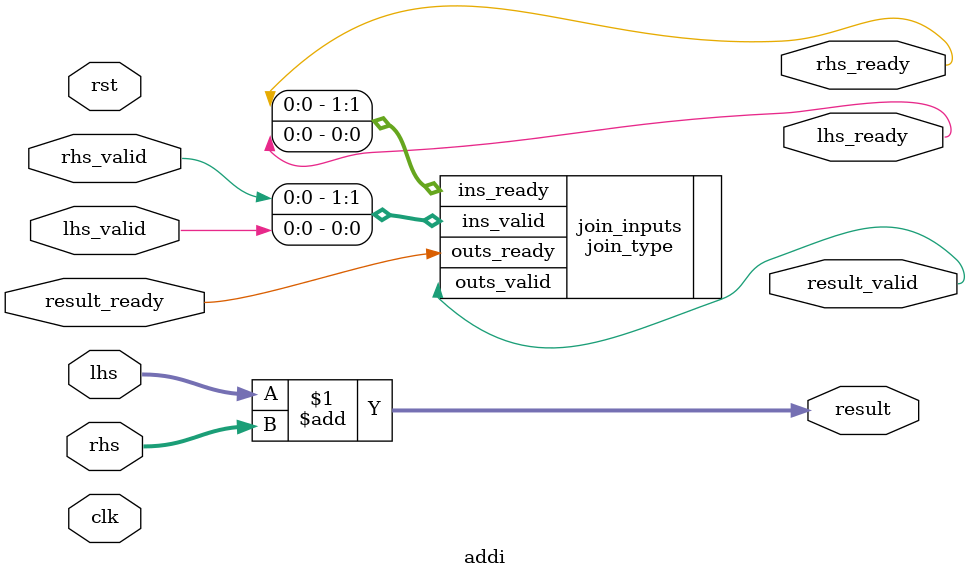
<source format=v>
`timescale 1ns/1ps
module addi #(
  parameter DATA_WIDTH = 32
)(
  // inputs
  input  clk,
  input  rst,
  input  [DATA_WIDTH - 1 : 0] lhs,
  input  lhs_valid,
  input  [DATA_WIDTH - 1 : 0] rhs,
  input  rhs_valid,
  input  result_ready,
  // outputs
  output [DATA_WIDTH - 1 : 0] result,
  output result_valid,
  output lhs_ready,
  output rhs_ready
);

  // Instantiate the join node
  join_type #(
    .SIZE(2)
  ) join_inputs (
    .ins_valid  ({rhs_valid, lhs_valid}),
    .outs_ready (result_ready             ),
    .ins_ready  ({rhs_ready, lhs_ready}  ),
    .outs_valid (result_valid             )
  );

assign result = lhs + rhs;


endmodule

</source>
